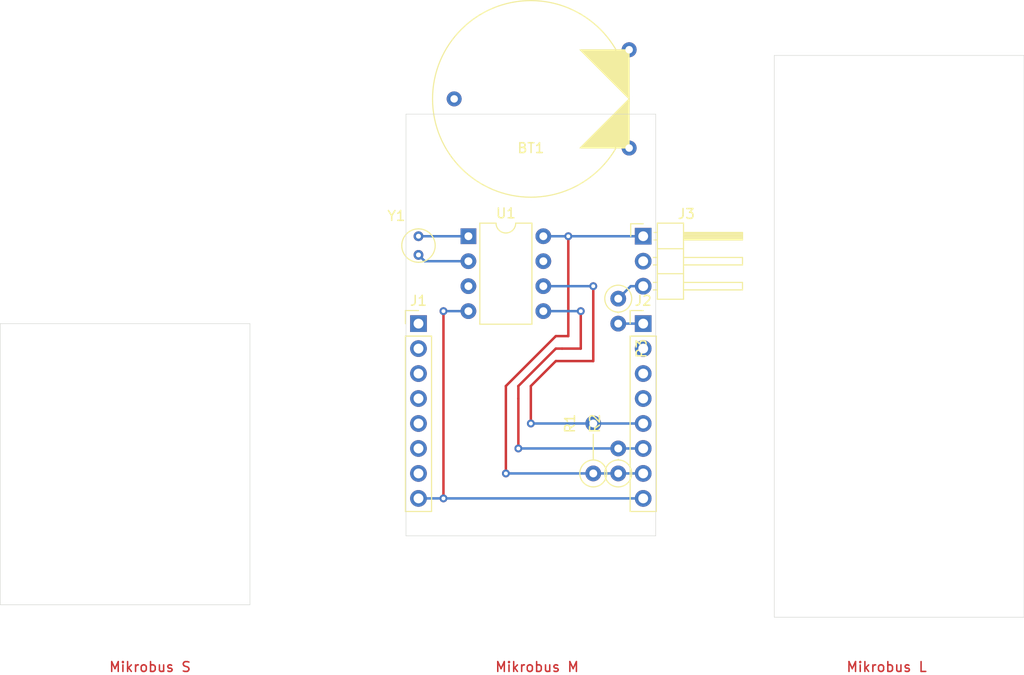
<source format=kicad_pcb>
(kicad_pcb (version 20171130) (host pcbnew 5.1.5+dfsg1-2build2)

  (general
    (thickness 1.6)
    (drawings 15)
    (tracks 50)
    (zones 0)
    (modules 9)
    (nets 21)
  )

  (page A4)
  (layers
    (0 F.Cu signal)
    (31 B.Cu signal)
    (33 F.Adhes user)
    (35 F.Paste user)
    (37 F.SilkS user)
    (38 B.Mask user)
    (39 F.Mask user)
    (40 Dwgs.User user)
    (41 Cmts.User user)
    (42 Eco1.User user)
    (43 Eco2.User user)
    (44 Edge.Cuts user)
    (45 Margin user)
    (46 B.CrtYd user)
    (47 F.CrtYd user)
    (49 F.Fab user)
  )

  (setup
    (last_trace_width 0.25)
    (trace_clearance 0.2)
    (zone_clearance 0.508)
    (zone_45_only no)
    (trace_min 0.2)
    (via_size 0.8)
    (via_drill 0.4)
    (via_min_size 0.4)
    (via_min_drill 0.3)
    (uvia_size 0.3)
    (uvia_drill 0.1)
    (uvias_allowed no)
    (uvia_min_size 0.2)
    (uvia_min_drill 0.1)
    (edge_width 0.05)
    (segment_width 0.2)
    (pcb_text_width 0.3)
    (pcb_text_size 1.5 1.5)
    (mod_edge_width 0.12)
    (mod_text_size 1 1)
    (mod_text_width 0.15)
    (pad_size 1.524 1.524)
    (pad_drill 0.762)
    (pad_to_mask_clearance 0.051)
    (solder_mask_min_width 0.25)
    (aux_axis_origin 0 0)
    (visible_elements FFFFFF7F)
    (pcbplotparams
      (layerselection 0x010fc_ffffffff)
      (usegerberextensions false)
      (usegerberattributes false)
      (usegerberadvancedattributes false)
      (creategerberjobfile false)
      (excludeedgelayer true)
      (linewidth 0.100000)
      (plotframeref false)
      (viasonmask false)
      (mode 1)
      (useauxorigin false)
      (hpglpennumber 1)
      (hpglpenspeed 20)
      (hpglpendiameter 15.000000)
      (psnegative false)
      (psa4output false)
      (plotreference true)
      (plotvalue true)
      (plotinvisibletext false)
      (padsonsilk false)
      (subtractmaskfromsilk false)
      (outputformat 1)
      (mirror false)
      (drillshape 1)
      (scaleselection 1)
      (outputdirectory ""))
  )

  (net 0 "")
  (net 1 "Net-(BT1-Pad1)")
  (net 2 GND)
  (net 3 "Net-(J1-Pad7)")
  (net 4 "Net-(J1-Pad6)")
  (net 5 "Net-(J1-Pad5)")
  (net 6 "Net-(J1-Pad4)")
  (net 7 "Net-(J1-Pad3)")
  (net 8 "Net-(J1-Pad2)")
  (net 9 "Net-(J1-Pad1)")
  (net 10 +5V)
  (net 11 RTC_SDA)
  (net 12 RTC_SCL)
  (net 13 "Net-(J2-Pad4)")
  (net 14 "Net-(J2-Pad3)")
  (net 15 "Net-(J2-Pad2)")
  (net 16 Neopixel_in)
  (net 17 "Net-(U1-Pad7)")
  (net 18 "Net-(U1-Pad2)")
  (net 19 "Net-(U1-Pad1)")
  (net 20 "Net-(J3-Pad3)")

  (net_class Default "This is the default net class."
    (clearance 0.2)
    (trace_width 0.25)
    (via_dia 0.8)
    (via_drill 0.4)
    (uvia_dia 0.3)
    (uvia_drill 0.1)
    (add_net +5V)
    (add_net GND)
    (add_net Neopixel_in)
    (add_net "Net-(BT1-Pad1)")
    (add_net "Net-(J1-Pad1)")
    (add_net "Net-(J1-Pad2)")
    (add_net "Net-(J1-Pad3)")
    (add_net "Net-(J1-Pad4)")
    (add_net "Net-(J1-Pad5)")
    (add_net "Net-(J1-Pad6)")
    (add_net "Net-(J1-Pad7)")
    (add_net "Net-(J2-Pad2)")
    (add_net "Net-(J2-Pad3)")
    (add_net "Net-(J2-Pad4)")
    (add_net "Net-(J3-Pad3)")
    (add_net "Net-(U1-Pad1)")
    (add_net "Net-(U1-Pad2)")
    (add_net "Net-(U1-Pad7)")
    (add_net RTC_SCL)
    (add_net RTC_SDA)
  )

  (module Custom-Batt:Varta_CR2032 (layer F.Cu) (tedit 5F500727) (tstamp 5F508037)
    (at 114.3 44.45)
    (path /5F503AB8)
    (fp_text reference BT1 (at 0 5) (layer F.SilkS)
      (effects (font (size 1 1) (thickness 0.15)))
    )
    (fp_text value 3V (at 0 -0.5) (layer F.Fab)
      (effects (font (size 1 1) (thickness 0.15)))
    )
    (fp_poly (pts (xy 10 5) (xy 5 5) (xy 10 0)) (layer F.SilkS) (width 0.1))
    (fp_poly (pts (xy 10 0) (xy 5 -5) (xy 10 -5)) (layer F.SilkS) (width 0.1))
    (fp_circle (center 0 0) (end 10 0) (layer F.SilkS) (width 0.12))
    (pad 1 thru_hole circle (at -7.8 0) (size 1.524 1.524) (drill 0.762) (layers *.Cu *.Mask)
      (net 1 "Net-(BT1-Pad1)"))
    (pad 2 thru_hole circle (at 10 5) (size 1.524 1.524) (drill 0.762) (layers *.Cu *.Mask)
      (net 2 GND))
    (pad 2 thru_hole circle (at 10 -5) (size 1.524 1.524) (drill 0.762) (layers *.Cu *.Mask)
      (net 2 GND))
  )

  (module Resistor_THT:R_Axial_DIN0207_L6.3mm_D2.5mm_P2.54mm_Vertical (layer F.Cu) (tedit 5AE5139B) (tstamp 5F5062D4)
    (at 123.19 64.77 270)
    (descr "Resistor, Axial_DIN0207 series, Axial, Vertical, pin pitch=2.54mm, 0.25W = 1/4W, length*diameter=6.3*2.5mm^2, http://cdn-reichelt.de/documents/datenblatt/B400/1_4W%23YAG.pdf")
    (tags "Resistor Axial_DIN0207 series Axial Vertical pin pitch 2.54mm 0.25W = 1/4W length 6.3mm diameter 2.5mm")
    (path /5F52C643)
    (fp_text reference R3 (at 5.08 -2.37 90) (layer F.SilkS)
      (effects (font (size 1 1) (thickness 0.15)))
    )
    (fp_text value 470 (at 5.08 2.37 90) (layer F.Fab)
      (effects (font (size 1 1) (thickness 0.15)))
    )
    (fp_text user %R (at 5.08 0 90) (layer F.Fab)
      (effects (font (size 1 1) (thickness 0.15)))
    )
    (fp_line (start 3.59 -1.5) (end -1.5 -1.5) (layer F.CrtYd) (width 0.05))
    (fp_line (start 3.59 1.5) (end 3.59 -1.5) (layer F.CrtYd) (width 0.05))
    (fp_line (start -1.5 1.5) (end 3.59 1.5) (layer F.CrtYd) (width 0.05))
    (fp_line (start -1.5 -1.5) (end -1.5 1.5) (layer F.CrtYd) (width 0.05))
    (fp_line (start 1.37 0) (end 1.44 0) (layer F.SilkS) (width 0.12))
    (fp_line (start 0 0) (end 2.54 0) (layer F.Fab) (width 0.1))
    (fp_circle (center 0 0) (end 1.37 0) (layer F.SilkS) (width 0.12))
    (fp_circle (center 0 0) (end 1.25 0) (layer F.Fab) (width 0.1))
    (pad 2 thru_hole oval (at 2.54 0 270) (size 1.6 1.6) (drill 0.8) (layers *.Cu *.Mask)
      (net 16 Neopixel_in))
    (pad 1 thru_hole circle (at 0 0 270) (size 1.6 1.6) (drill 0.8) (layers *.Cu *.Mask)
      (net 20 "Net-(J3-Pad3)"))
    (model ${KISYS3DMOD}/Resistor_THT.3dshapes/R_Axial_DIN0207_L6.3mm_D2.5mm_P2.54mm_Vertical.wrl
      (at (xyz 0 0 0))
      (scale (xyz 1 1 1))
      (rotate (xyz 0 0 0))
    )
  )

  (module Resistor_THT:R_Axial_DIN0207_L6.3mm_D2.5mm_P2.54mm_Vertical (layer F.Cu) (tedit 5AE5139B) (tstamp 5F5062BD)
    (at 123.19 82.55 90)
    (descr "Resistor, Axial_DIN0207 series, Axial, Vertical, pin pitch=2.54mm, 0.25W = 1/4W, length*diameter=6.3*2.5mm^2, http://cdn-reichelt.de/documents/datenblatt/B400/1_4W%23YAG.pdf")
    (tags "Resistor Axial_DIN0207 series Axial Vertical pin pitch 2.54mm 0.25W = 1/4W length 6.3mm diameter 2.5mm")
    (path /5F5532B6)
    (fp_text reference R2 (at 5.08 -2.37 90) (layer F.SilkS)
      (effects (font (size 1 1) (thickness 0.15)))
    )
    (fp_text value 10K (at 5.08 2.37 90) (layer F.Fab)
      (effects (font (size 1 1) (thickness 0.15)))
    )
    (fp_text user %R (at 5.08 0 90) (layer F.Fab)
      (effects (font (size 1 1) (thickness 0.15)))
    )
    (fp_line (start 3.59 -1.5) (end -1.5 -1.5) (layer F.CrtYd) (width 0.05))
    (fp_line (start 3.59 1.5) (end 3.59 -1.5) (layer F.CrtYd) (width 0.05))
    (fp_line (start -1.5 1.5) (end 3.59 1.5) (layer F.CrtYd) (width 0.05))
    (fp_line (start -1.5 -1.5) (end -1.5 1.5) (layer F.CrtYd) (width 0.05))
    (fp_line (start 1.37 0) (end 1.44 0) (layer F.SilkS) (width 0.12))
    (fp_line (start 0 0) (end 2.54 0) (layer F.Fab) (width 0.1))
    (fp_circle (center 0 0) (end 1.37 0) (layer F.SilkS) (width 0.12))
    (fp_circle (center 0 0) (end 1.25 0) (layer F.Fab) (width 0.1))
    (pad 2 thru_hole oval (at 2.54 0 90) (size 1.6 1.6) (drill 0.8) (layers *.Cu *.Mask)
      (net 11 RTC_SDA))
    (pad 1 thru_hole circle (at 0 0 90) (size 1.6 1.6) (drill 0.8) (layers *.Cu *.Mask)
      (net 10 +5V))
    (model ${KISYS3DMOD}/Resistor_THT.3dshapes/R_Axial_DIN0207_L6.3mm_D2.5mm_P2.54mm_Vertical.wrl
      (at (xyz 0 0 0))
      (scale (xyz 1 1 1))
      (rotate (xyz 0 0 0))
    )
  )

  (module Resistor_THT:R_Axial_DIN0207_L6.3mm_D2.5mm_P5.08mm_Vertical (layer F.Cu) (tedit 5AE5139B) (tstamp 5F5062A6)
    (at 120.65 82.55 90)
    (descr "Resistor, Axial_DIN0207 series, Axial, Vertical, pin pitch=5.08mm, 0.25W = 1/4W, length*diameter=6.3*2.5mm^2, http://cdn-reichelt.de/documents/datenblatt/B400/1_4W%23YAG.pdf")
    (tags "Resistor Axial_DIN0207 series Axial Vertical pin pitch 5.08mm 0.25W = 1/4W length 6.3mm diameter 2.5mm")
    (path /5F552CD4)
    (fp_text reference R1 (at 5.08 -2.37 90) (layer F.SilkS)
      (effects (font (size 1 1) (thickness 0.15)))
    )
    (fp_text value 10K (at 5.08 2.37 90) (layer F.Fab)
      (effects (font (size 1 1) (thickness 0.15)))
    )
    (fp_text user %R (at 5.08 0 90) (layer F.Fab)
      (effects (font (size 1 1) (thickness 0.15)))
    )
    (fp_line (start 6.13 -1.5) (end -1.5 -1.5) (layer F.CrtYd) (width 0.05))
    (fp_line (start 6.13 1.5) (end 6.13 -1.5) (layer F.CrtYd) (width 0.05))
    (fp_line (start -1.5 1.5) (end 6.13 1.5) (layer F.CrtYd) (width 0.05))
    (fp_line (start -1.5 -1.5) (end -1.5 1.5) (layer F.CrtYd) (width 0.05))
    (fp_line (start 1.37 0) (end 3.98 0) (layer F.SilkS) (width 0.12))
    (fp_line (start 0 0) (end 5.08 0) (layer F.Fab) (width 0.1))
    (fp_circle (center 0 0) (end 1.37 0) (layer F.SilkS) (width 0.12))
    (fp_circle (center 0 0) (end 1.25 0) (layer F.Fab) (width 0.1))
    (pad 2 thru_hole oval (at 5.08 0 90) (size 1.6 1.6) (drill 0.8) (layers *.Cu *.Mask)
      (net 12 RTC_SCL))
    (pad 1 thru_hole circle (at 0 0 90) (size 1.6 1.6) (drill 0.8) (layers *.Cu *.Mask)
      (net 10 +5V))
    (model ${KISYS3DMOD}/Resistor_THT.3dshapes/R_Axial_DIN0207_L6.3mm_D2.5mm_P5.08mm_Vertical.wrl
      (at (xyz 0 0 0))
      (scale (xyz 1 1 1))
      (rotate (xyz 0 0 0))
    )
  )

  (module Crystal:Crystal_C38-LF_D3.0mm_L8.0mm_Vertical (layer F.Cu) (tedit 5A0FD1B2) (tstamp 5F50630B)
    (at 102.87 58.42 270)
    (descr "Crystal THT C38-LF 8.0mm length 3.0mm diameter")
    (tags ['C38-LF'])
    (path /5F4FF0CC)
    (fp_text reference Y1 (at -2.07 2.25) (layer F.SilkS)
      (effects (font (size 1 1) (thickness 0.15)))
    )
    (fp_text value 32.768KHz (at 3.97 2.25) (layer F.Fab)
      (effects (font (size 1 1) (thickness 0.15)))
    )
    (fp_arc (start 0.95 0) (end -0.75 0) (angle -180) (layer F.SilkS) (width 0.12))
    (fp_arc (start 0.95 0) (end -0.75 0) (angle 180) (layer F.SilkS) (width 0.12))
    (fp_circle (center 0.95 0) (end 2.9 0) (layer F.CrtYd) (width 0.05))
    (fp_circle (center 0.95 0) (end 2.45 0) (layer F.Fab) (width 0.1))
    (fp_text user %R (at 0.95 5.25 90) (layer F.Fab)
      (effects (font (size 0.7 0.7) (thickness 0.105)))
    )
    (pad 2 thru_hole circle (at 1.9 0 270) (size 1 1) (drill 0.5) (layers *.Cu *.Mask)
      (net 18 "Net-(U1-Pad2)"))
    (pad 1 thru_hole circle (at 0 0 270) (size 1 1) (drill 0.5) (layers *.Cu *.Mask)
      (net 19 "Net-(U1-Pad1)"))
    (model ${KISYS3DMOD}/Crystal.3dshapes/Crystal_C38-LF_D3.0mm_L8.0mm_Vertical.wrl
      (at (xyz 0 0 0))
      (scale (xyz 1 1 1))
      (rotate (xyz 0 0 0))
    )
  )

  (module Package_DIP:DIP-8_W7.62mm (layer F.Cu) (tedit 5A02E8C5) (tstamp 5F508211)
    (at 107.95 58.42)
    (descr "8-lead though-hole mounted DIP package, row spacing 7.62 mm (300 mils)")
    (tags "THT DIP DIL PDIP 2.54mm 7.62mm 300mil")
    (path /5F4FE7BE)
    (fp_text reference U1 (at 3.81 -2.33) (layer F.SilkS)
      (effects (font (size 1 1) (thickness 0.15)))
    )
    (fp_text value DS1307+ (at 3.81 9.95) (layer F.Fab)
      (effects (font (size 1 1) (thickness 0.15)))
    )
    (fp_text user %R (at 3.81 3.81) (layer F.Fab)
      (effects (font (size 1 1) (thickness 0.15)))
    )
    (fp_line (start 8.7 -1.55) (end -1.1 -1.55) (layer F.CrtYd) (width 0.05))
    (fp_line (start 8.7 9.15) (end 8.7 -1.55) (layer F.CrtYd) (width 0.05))
    (fp_line (start -1.1 9.15) (end 8.7 9.15) (layer F.CrtYd) (width 0.05))
    (fp_line (start -1.1 -1.55) (end -1.1 9.15) (layer F.CrtYd) (width 0.05))
    (fp_line (start 6.46 -1.33) (end 4.81 -1.33) (layer F.SilkS) (width 0.12))
    (fp_line (start 6.46 8.95) (end 6.46 -1.33) (layer F.SilkS) (width 0.12))
    (fp_line (start 1.16 8.95) (end 6.46 8.95) (layer F.SilkS) (width 0.12))
    (fp_line (start 1.16 -1.33) (end 1.16 8.95) (layer F.SilkS) (width 0.12))
    (fp_line (start 2.81 -1.33) (end 1.16 -1.33) (layer F.SilkS) (width 0.12))
    (fp_line (start 0.635 -0.27) (end 1.635 -1.27) (layer F.Fab) (width 0.1))
    (fp_line (start 0.635 8.89) (end 0.635 -0.27) (layer F.Fab) (width 0.1))
    (fp_line (start 6.985 8.89) (end 0.635 8.89) (layer F.Fab) (width 0.1))
    (fp_line (start 6.985 -1.27) (end 6.985 8.89) (layer F.Fab) (width 0.1))
    (fp_line (start 1.635 -1.27) (end 6.985 -1.27) (layer F.Fab) (width 0.1))
    (fp_arc (start 3.81 -1.33) (end 2.81 -1.33) (angle -180) (layer F.SilkS) (width 0.12))
    (pad 8 thru_hole oval (at 7.62 0) (size 1.6 1.6) (drill 0.8) (layers *.Cu *.Mask)
      (net 10 +5V))
    (pad 4 thru_hole oval (at 0 7.62) (size 1.6 1.6) (drill 0.8) (layers *.Cu *.Mask)
      (net 2 GND))
    (pad 7 thru_hole oval (at 7.62 2.54) (size 1.6 1.6) (drill 0.8) (layers *.Cu *.Mask)
      (net 17 "Net-(U1-Pad7)"))
    (pad 3 thru_hole oval (at 0 5.08) (size 1.6 1.6) (drill 0.8) (layers *.Cu *.Mask)
      (net 1 "Net-(BT1-Pad1)"))
    (pad 6 thru_hole oval (at 7.62 5.08) (size 1.6 1.6) (drill 0.8) (layers *.Cu *.Mask)
      (net 12 RTC_SCL))
    (pad 2 thru_hole oval (at 0 2.54) (size 1.6 1.6) (drill 0.8) (layers *.Cu *.Mask)
      (net 18 "Net-(U1-Pad2)"))
    (pad 5 thru_hole oval (at 7.62 7.62) (size 1.6 1.6) (drill 0.8) (layers *.Cu *.Mask)
      (net 11 RTC_SDA))
    (pad 1 thru_hole rect (at 0 0) (size 1.6 1.6) (drill 0.8) (layers *.Cu *.Mask)
      (net 19 "Net-(U1-Pad1)"))
    (model ${KISYS3DMOD}/Package_DIP.3dshapes/DIP-8_W7.62mm.wrl
      (at (xyz 0 0 0))
      (scale (xyz 1 1 1))
      (rotate (xyz 0 0 0))
    )
  )

  (module Connector_PinHeader_2.54mm:PinHeader_1x03_P2.54mm_Horizontal (layer F.Cu) (tedit 59FED5CB) (tstamp 5F50628F)
    (at 125.73 58.42)
    (descr "Through hole angled pin header, 1x03, 2.54mm pitch, 6mm pin length, single row")
    (tags "Through hole angled pin header THT 1x03 2.54mm single row")
    (path /5F50F798)
    (fp_text reference J3 (at 4.385 -2.27) (layer F.SilkS)
      (effects (font (size 1 1) (thickness 0.15)))
    )
    (fp_text value Conn_01x03_Male (at 4.385 7.35) (layer F.Fab)
      (effects (font (size 1 1) (thickness 0.15)))
    )
    (fp_text user %R (at 2.77 2.54 90) (layer F.Fab)
      (effects (font (size 1 1) (thickness 0.15)))
    )
    (fp_line (start 10.55 -1.8) (end -1.8 -1.8) (layer F.CrtYd) (width 0.05))
    (fp_line (start 10.55 6.85) (end 10.55 -1.8) (layer F.CrtYd) (width 0.05))
    (fp_line (start -1.8 6.85) (end 10.55 6.85) (layer F.CrtYd) (width 0.05))
    (fp_line (start -1.8 -1.8) (end -1.8 6.85) (layer F.CrtYd) (width 0.05))
    (fp_line (start -1.27 -1.27) (end 0 -1.27) (layer F.SilkS) (width 0.12))
    (fp_line (start -1.27 0) (end -1.27 -1.27) (layer F.SilkS) (width 0.12))
    (fp_line (start 1.042929 5.46) (end 1.44 5.46) (layer F.SilkS) (width 0.12))
    (fp_line (start 1.042929 4.7) (end 1.44 4.7) (layer F.SilkS) (width 0.12))
    (fp_line (start 10.1 5.46) (end 4.1 5.46) (layer F.SilkS) (width 0.12))
    (fp_line (start 10.1 4.7) (end 10.1 5.46) (layer F.SilkS) (width 0.12))
    (fp_line (start 4.1 4.7) (end 10.1 4.7) (layer F.SilkS) (width 0.12))
    (fp_line (start 1.44 3.81) (end 4.1 3.81) (layer F.SilkS) (width 0.12))
    (fp_line (start 1.042929 2.92) (end 1.44 2.92) (layer F.SilkS) (width 0.12))
    (fp_line (start 1.042929 2.16) (end 1.44 2.16) (layer F.SilkS) (width 0.12))
    (fp_line (start 10.1 2.92) (end 4.1 2.92) (layer F.SilkS) (width 0.12))
    (fp_line (start 10.1 2.16) (end 10.1 2.92) (layer F.SilkS) (width 0.12))
    (fp_line (start 4.1 2.16) (end 10.1 2.16) (layer F.SilkS) (width 0.12))
    (fp_line (start 1.44 1.27) (end 4.1 1.27) (layer F.SilkS) (width 0.12))
    (fp_line (start 1.11 0.38) (end 1.44 0.38) (layer F.SilkS) (width 0.12))
    (fp_line (start 1.11 -0.38) (end 1.44 -0.38) (layer F.SilkS) (width 0.12))
    (fp_line (start 4.1 0.28) (end 10.1 0.28) (layer F.SilkS) (width 0.12))
    (fp_line (start 4.1 0.16) (end 10.1 0.16) (layer F.SilkS) (width 0.12))
    (fp_line (start 4.1 0.04) (end 10.1 0.04) (layer F.SilkS) (width 0.12))
    (fp_line (start 4.1 -0.08) (end 10.1 -0.08) (layer F.SilkS) (width 0.12))
    (fp_line (start 4.1 -0.2) (end 10.1 -0.2) (layer F.SilkS) (width 0.12))
    (fp_line (start 4.1 -0.32) (end 10.1 -0.32) (layer F.SilkS) (width 0.12))
    (fp_line (start 10.1 0.38) (end 4.1 0.38) (layer F.SilkS) (width 0.12))
    (fp_line (start 10.1 -0.38) (end 10.1 0.38) (layer F.SilkS) (width 0.12))
    (fp_line (start 4.1 -0.38) (end 10.1 -0.38) (layer F.SilkS) (width 0.12))
    (fp_line (start 4.1 -1.33) (end 1.44 -1.33) (layer F.SilkS) (width 0.12))
    (fp_line (start 4.1 6.41) (end 4.1 -1.33) (layer F.SilkS) (width 0.12))
    (fp_line (start 1.44 6.41) (end 4.1 6.41) (layer F.SilkS) (width 0.12))
    (fp_line (start 1.44 -1.33) (end 1.44 6.41) (layer F.SilkS) (width 0.12))
    (fp_line (start 4.04 5.4) (end 10.04 5.4) (layer F.Fab) (width 0.1))
    (fp_line (start 10.04 4.76) (end 10.04 5.4) (layer F.Fab) (width 0.1))
    (fp_line (start 4.04 4.76) (end 10.04 4.76) (layer F.Fab) (width 0.1))
    (fp_line (start -0.32 5.4) (end 1.5 5.4) (layer F.Fab) (width 0.1))
    (fp_line (start -0.32 4.76) (end -0.32 5.4) (layer F.Fab) (width 0.1))
    (fp_line (start -0.32 4.76) (end 1.5 4.76) (layer F.Fab) (width 0.1))
    (fp_line (start 4.04 2.86) (end 10.04 2.86) (layer F.Fab) (width 0.1))
    (fp_line (start 10.04 2.22) (end 10.04 2.86) (layer F.Fab) (width 0.1))
    (fp_line (start 4.04 2.22) (end 10.04 2.22) (layer F.Fab) (width 0.1))
    (fp_line (start -0.32 2.86) (end 1.5 2.86) (layer F.Fab) (width 0.1))
    (fp_line (start -0.32 2.22) (end -0.32 2.86) (layer F.Fab) (width 0.1))
    (fp_line (start -0.32 2.22) (end 1.5 2.22) (layer F.Fab) (width 0.1))
    (fp_line (start 4.04 0.32) (end 10.04 0.32) (layer F.Fab) (width 0.1))
    (fp_line (start 10.04 -0.32) (end 10.04 0.32) (layer F.Fab) (width 0.1))
    (fp_line (start 4.04 -0.32) (end 10.04 -0.32) (layer F.Fab) (width 0.1))
    (fp_line (start -0.32 0.32) (end 1.5 0.32) (layer F.Fab) (width 0.1))
    (fp_line (start -0.32 -0.32) (end -0.32 0.32) (layer F.Fab) (width 0.1))
    (fp_line (start -0.32 -0.32) (end 1.5 -0.32) (layer F.Fab) (width 0.1))
    (fp_line (start 1.5 -0.635) (end 2.135 -1.27) (layer F.Fab) (width 0.1))
    (fp_line (start 1.5 6.35) (end 1.5 -0.635) (layer F.Fab) (width 0.1))
    (fp_line (start 4.04 6.35) (end 1.5 6.35) (layer F.Fab) (width 0.1))
    (fp_line (start 4.04 -1.27) (end 4.04 6.35) (layer F.Fab) (width 0.1))
    (fp_line (start 2.135 -1.27) (end 4.04 -1.27) (layer F.Fab) (width 0.1))
    (pad 3 thru_hole oval (at 0 5.08) (size 1.7 1.7) (drill 1) (layers *.Cu *.Mask)
      (net 20 "Net-(J3-Pad3)"))
    (pad 2 thru_hole oval (at 0 2.54) (size 1.7 1.7) (drill 1) (layers *.Cu *.Mask)
      (net 2 GND))
    (pad 1 thru_hole rect (at 0 0) (size 1.7 1.7) (drill 1) (layers *.Cu *.Mask)
      (net 10 +5V))
    (model ${KISYS3DMOD}/Connector_PinHeader_2.54mm.3dshapes/PinHeader_1x03_P2.54mm_Horizontal.wrl
      (at (xyz 0 0 0))
      (scale (xyz 1 1 1))
      (rotate (xyz 0 0 0))
    )
  )

  (module Connector_PinHeader_2.54mm:PinHeader_1x08_P2.54mm_Vertical (layer F.Cu) (tedit 59FED5CC) (tstamp 5F50624F)
    (at 125.73 67.31)
    (descr "Through hole straight pin header, 1x08, 2.54mm pitch, single row")
    (tags "Through hole pin header THT 1x08 2.54mm single row")
    (path /5F50ABAE)
    (fp_text reference J2 (at 0 -2.33) (layer F.SilkS)
      (effects (font (size 1 1) (thickness 0.15)))
    )
    (fp_text value Conn_01x08_Male (at 0 20.11) (layer F.Fab)
      (effects (font (size 1 1) (thickness 0.15)))
    )
    (fp_text user %R (at 0 8.89 90) (layer F.Fab)
      (effects (font (size 1 1) (thickness 0.15)))
    )
    (fp_line (start 1.8 -1.8) (end -1.8 -1.8) (layer F.CrtYd) (width 0.05))
    (fp_line (start 1.8 19.55) (end 1.8 -1.8) (layer F.CrtYd) (width 0.05))
    (fp_line (start -1.8 19.55) (end 1.8 19.55) (layer F.CrtYd) (width 0.05))
    (fp_line (start -1.8 -1.8) (end -1.8 19.55) (layer F.CrtYd) (width 0.05))
    (fp_line (start -1.33 -1.33) (end 0 -1.33) (layer F.SilkS) (width 0.12))
    (fp_line (start -1.33 0) (end -1.33 -1.33) (layer F.SilkS) (width 0.12))
    (fp_line (start -1.33 1.27) (end 1.33 1.27) (layer F.SilkS) (width 0.12))
    (fp_line (start 1.33 1.27) (end 1.33 19.11) (layer F.SilkS) (width 0.12))
    (fp_line (start -1.33 1.27) (end -1.33 19.11) (layer F.SilkS) (width 0.12))
    (fp_line (start -1.33 19.11) (end 1.33 19.11) (layer F.SilkS) (width 0.12))
    (fp_line (start -1.27 -0.635) (end -0.635 -1.27) (layer F.Fab) (width 0.1))
    (fp_line (start -1.27 19.05) (end -1.27 -0.635) (layer F.Fab) (width 0.1))
    (fp_line (start 1.27 19.05) (end -1.27 19.05) (layer F.Fab) (width 0.1))
    (fp_line (start 1.27 -1.27) (end 1.27 19.05) (layer F.Fab) (width 0.1))
    (fp_line (start -0.635 -1.27) (end 1.27 -1.27) (layer F.Fab) (width 0.1))
    (pad 8 thru_hole oval (at 0 17.78) (size 1.7 1.7) (drill 1) (layers *.Cu *.Mask)
      (net 2 GND))
    (pad 7 thru_hole oval (at 0 15.24) (size 1.7 1.7) (drill 1) (layers *.Cu *.Mask)
      (net 10 +5V))
    (pad 6 thru_hole oval (at 0 12.7) (size 1.7 1.7) (drill 1) (layers *.Cu *.Mask)
      (net 11 RTC_SDA))
    (pad 5 thru_hole oval (at 0 10.16) (size 1.7 1.7) (drill 1) (layers *.Cu *.Mask)
      (net 12 RTC_SCL))
    (pad 4 thru_hole oval (at 0 7.62) (size 1.7 1.7) (drill 1) (layers *.Cu *.Mask)
      (net 13 "Net-(J2-Pad4)"))
    (pad 3 thru_hole oval (at 0 5.08) (size 1.7 1.7) (drill 1) (layers *.Cu *.Mask)
      (net 14 "Net-(J2-Pad3)"))
    (pad 2 thru_hole oval (at 0 2.54) (size 1.7 1.7) (drill 1) (layers *.Cu *.Mask)
      (net 15 "Net-(J2-Pad2)"))
    (pad 1 thru_hole rect (at 0 0) (size 1.7 1.7) (drill 1) (layers *.Cu *.Mask)
      (net 16 Neopixel_in))
    (model ${KISYS3DMOD}/Connector_PinHeader_2.54mm.3dshapes/PinHeader_1x08_P2.54mm_Vertical.wrl
      (at (xyz 0 0 0))
      (scale (xyz 1 1 1))
      (rotate (xyz 0 0 0))
    )
  )

  (module Connector_PinHeader_2.54mm:PinHeader_1x08_P2.54mm_Vertical (layer F.Cu) (tedit 59FED5CC) (tstamp 5F506233)
    (at 102.87 67.31)
    (descr "Through hole straight pin header, 1x08, 2.54mm pitch, single row")
    (tags "Through hole pin header THT 1x08 2.54mm single row")
    (path /5F5072D1)
    (fp_text reference J1 (at 0 -2.33) (layer F.SilkS)
      (effects (font (size 1 1) (thickness 0.15)))
    )
    (fp_text value Conn_01x08_Male (at 0 20.11) (layer F.Fab)
      (effects (font (size 1 1) (thickness 0.15)))
    )
    (fp_text user %R (at 0 8.89 90) (layer F.Fab)
      (effects (font (size 1 1) (thickness 0.15)))
    )
    (fp_line (start 1.8 -1.8) (end -1.8 -1.8) (layer F.CrtYd) (width 0.05))
    (fp_line (start 1.8 19.55) (end 1.8 -1.8) (layer F.CrtYd) (width 0.05))
    (fp_line (start -1.8 19.55) (end 1.8 19.55) (layer F.CrtYd) (width 0.05))
    (fp_line (start -1.8 -1.8) (end -1.8 19.55) (layer F.CrtYd) (width 0.05))
    (fp_line (start -1.33 -1.33) (end 0 -1.33) (layer F.SilkS) (width 0.12))
    (fp_line (start -1.33 0) (end -1.33 -1.33) (layer F.SilkS) (width 0.12))
    (fp_line (start -1.33 1.27) (end 1.33 1.27) (layer F.SilkS) (width 0.12))
    (fp_line (start 1.33 1.27) (end 1.33 19.11) (layer F.SilkS) (width 0.12))
    (fp_line (start -1.33 1.27) (end -1.33 19.11) (layer F.SilkS) (width 0.12))
    (fp_line (start -1.33 19.11) (end 1.33 19.11) (layer F.SilkS) (width 0.12))
    (fp_line (start -1.27 -0.635) (end -0.635 -1.27) (layer F.Fab) (width 0.1))
    (fp_line (start -1.27 19.05) (end -1.27 -0.635) (layer F.Fab) (width 0.1))
    (fp_line (start 1.27 19.05) (end -1.27 19.05) (layer F.Fab) (width 0.1))
    (fp_line (start 1.27 -1.27) (end 1.27 19.05) (layer F.Fab) (width 0.1))
    (fp_line (start -0.635 -1.27) (end 1.27 -1.27) (layer F.Fab) (width 0.1))
    (pad 8 thru_hole oval (at 0 17.78) (size 1.7 1.7) (drill 1) (layers *.Cu *.Mask)
      (net 2 GND))
    (pad 7 thru_hole oval (at 0 15.24) (size 1.7 1.7) (drill 1) (layers *.Cu *.Mask)
      (net 3 "Net-(J1-Pad7)"))
    (pad 6 thru_hole oval (at 0 12.7) (size 1.7 1.7) (drill 1) (layers *.Cu *.Mask)
      (net 4 "Net-(J1-Pad6)"))
    (pad 5 thru_hole oval (at 0 10.16) (size 1.7 1.7) (drill 1) (layers *.Cu *.Mask)
      (net 5 "Net-(J1-Pad5)"))
    (pad 4 thru_hole oval (at 0 7.62) (size 1.7 1.7) (drill 1) (layers *.Cu *.Mask)
      (net 6 "Net-(J1-Pad4)"))
    (pad 3 thru_hole oval (at 0 5.08) (size 1.7 1.7) (drill 1) (layers *.Cu *.Mask)
      (net 7 "Net-(J1-Pad3)"))
    (pad 2 thru_hole oval (at 0 2.54) (size 1.7 1.7) (drill 1) (layers *.Cu *.Mask)
      (net 8 "Net-(J1-Pad2)"))
    (pad 1 thru_hole rect (at 0 0) (size 1.7 1.7) (drill 1) (layers *.Cu *.Mask)
      (net 9 "Net-(J1-Pad1)"))
    (model ${KISYS3DMOD}/Connector_PinHeader_2.54mm.3dshapes/PinHeader_1x08_P2.54mm_Vertical.wrl
      (at (xyz 0 0 0))
      (scale (xyz 1 1 1))
      (rotate (xyz 0 0 0))
    )
  )

  (gr_line (start 139.065 97.18) (end 164.465 97.18) (layer Edge.Cuts) (width 0.05) (tstamp 5F500B96))
  (gr_line (start 139.065 40.03) (end 164.465 40.03) (layer Edge.Cuts) (width 0.05) (tstamp 5F500B95))
  (gr_line (start 139.065 40.03) (end 139.065 97.18) (layer Edge.Cuts) (width 0.05) (tstamp 5F500B94))
  (gr_text "Mikrobus L" (at 150.495 102.235) (layer F.Cu) (tstamp 5F500B93)
    (effects (font (size 1 1) (thickness 0.15)))
  )
  (gr_line (start 164.465 40.03) (end 164.465 97.18) (layer Edge.Cuts) (width 0.05) (tstamp 5F500B92))
  (gr_text "Mikrobus M" (at 114.935 102.235) (layer F.Cu) (tstamp 5F500B8C)
    (effects (font (size 1 1) (thickness 0.15)))
  )
  (gr_line (start 101.6 46) (end 127 46) (layer Edge.Cuts) (width 0.05) (tstamp 5F500B8B))
  (gr_line (start 101.6 88.9) (end 127 88.9) (layer Edge.Cuts) (width 0.05) (tstamp 5F500B8A))
  (gr_line (start 127 46) (end 127 88.9) (layer Edge.Cuts) (width 0.05) (tstamp 5F500B89))
  (gr_line (start 101.6 46) (end 101.6 88.9) (layer Edge.Cuts) (width 0.05) (tstamp 5F500B88))
  (gr_text "Mikrobus S" (at 75.565 102.235) (layer F.Cu)
    (effects (font (size 1 1) (thickness 0.15)))
  )
  (gr_line (start 60.325 67.31) (end 60.325 95.91) (layer Edge.Cuts) (width 0.05) (tstamp 5F500AB6))
  (gr_line (start 60.325 95.91) (end 85.725 95.91) (layer Edge.Cuts) (width 0.05))
  (gr_line (start 85.725 67.31) (end 85.725 95.91) (layer Edge.Cuts) (width 0.05))
  (gr_line (start 60.325 67.31) (end 85.725 67.31) (layer Edge.Cuts) (width 0.05))

  (segment (start 125.65 60.88) (end 125.73 60.96) (width 0.25) (layer B.Cu) (net 2))
  (segment (start 125.73 85.09) (end 105.41 85.09) (width 0.25) (layer B.Cu) (net 2))
  (segment (start 105.41 85.09) (end 102.87 85.09) (width 0.25) (layer B.Cu) (net 2) (tstamp 5F50826F))
  (via (at 105.41 85.09) (size 0.8) (drill 0.4) (layers F.Cu B.Cu) (net 2))
  (segment (start 107.95 66.04) (end 105.41 66.04) (width 0.25) (layer B.Cu) (net 2))
  (segment (start 105.41 66.04) (end 105.41 66.04) (width 0.25) (layer B.Cu) (net 2) (tstamp 5F508279))
  (via (at 105.41 66.04) (size 0.8) (drill 0.4) (layers F.Cu B.Cu) (net 2))
  (segment (start 105.41 66.04) (end 105.41 85.09) (width 0.25) (layer F.Cu) (net 2))
  (segment (start 120.65 82.55) (end 123.19 82.55) (width 0.25) (layer B.Cu) (net 10))
  (segment (start 123.19 82.55) (end 125.73 82.55) (width 0.25) (layer B.Cu) (net 10))
  (segment (start 115.57 58.42) (end 118.11 58.42) (width 0.25) (layer B.Cu) (net 10))
  (segment (start 118.11 58.42) (end 118.11 58.42) (width 0.25) (layer B.Cu) (net 10) (tstamp 5F50828E))
  (via (at 118.11 58.42) (size 0.8) (drill 0.4) (layers F.Cu B.Cu) (net 10))
  (via (at 111.76 82.55) (size 0.8) (drill 0.4) (layers F.Cu B.Cu) (net 10))
  (segment (start 118.11 58.42) (end 118.11 68.58) (width 0.25) (layer F.Cu) (net 10))
  (segment (start 118.11 68.58) (end 116.84 68.58) (width 0.25) (layer F.Cu) (net 10))
  (segment (start 111.76 73.66) (end 111.76 82.55) (width 0.25) (layer F.Cu) (net 10))
  (segment (start 116.84 68.58) (end 111.76 73.66) (width 0.25) (layer F.Cu) (net 10))
  (segment (start 111.76 82.55) (end 120.65 82.55) (width 0.25) (layer B.Cu) (net 10))
  (segment (start 118.11 58.42) (end 125.73 58.42) (width 0.25) (layer B.Cu) (net 10))
  (segment (start 123.19 80.01) (end 125.73 80.01) (width 0.25) (layer B.Cu) (net 11))
  (segment (start 123.19 80.01) (end 113.03 80.01) (width 0.25) (layer B.Cu) (net 11))
  (segment (start 113.03 80.01) (end 113.03 80.01) (width 0.25) (layer B.Cu) (net 11) (tstamp 5F50829F))
  (via (at 113.03 80.01) (size 0.8) (drill 0.4) (layers F.Cu B.Cu) (net 11))
  (segment (start 113.03 80.01) (end 113.03 74.93) (width 0.25) (layer F.Cu) (net 11))
  (segment (start 113.03 74.93) (end 113.03 73.66) (width 0.25) (layer F.Cu) (net 11))
  (segment (start 113.03 73.66) (end 116.84 69.85) (width 0.25) (layer F.Cu) (net 11))
  (segment (start 116.84 69.85) (end 117.47641 69.85) (width 0.25) (layer F.Cu) (net 11))
  (segment (start 117.47641 69.85) (end 119.38 69.85) (width 0.25) (layer F.Cu) (net 11))
  (segment (start 119.38 69.85) (end 119.38 66.04) (width 0.25) (layer F.Cu) (net 11))
  (segment (start 119.38 66.04) (end 119.38 66.04) (width 0.25) (layer F.Cu) (net 11) (tstamp 5F5082A2))
  (via (at 119.38 66.04) (size 0.8) (drill 0.4) (layers F.Cu B.Cu) (net 11))
  (segment (start 119.38 66.04) (end 115.57 66.04) (width 0.25) (layer B.Cu) (net 11))
  (segment (start 120.65 77.47) (end 125.73 77.47) (width 0.25) (layer B.Cu) (net 12))
  (segment (start 115.57 63.5) (end 120.65 63.5) (width 0.25) (layer B.Cu) (net 12))
  (segment (start 120.65 63.5) (end 120.65 63.5) (width 0.25) (layer B.Cu) (net 12) (tstamp 5F5082A5))
  (via (at 120.65 63.5) (size 0.8) (drill 0.4) (layers F.Cu B.Cu) (net 12))
  (segment (start 120.65 63.5) (end 120.65 71.12) (width 0.25) (layer F.Cu) (net 12))
  (segment (start 120.65 71.12) (end 116.84 71.12) (width 0.25) (layer F.Cu) (net 12))
  (segment (start 116.84 71.12) (end 114.3 73.66) (width 0.25) (layer F.Cu) (net 12))
  (segment (start 114.3 73.66) (end 114.3 77.47) (width 0.25) (layer F.Cu) (net 12))
  (segment (start 114.3 77.47) (end 114.3 77.47) (width 0.25) (layer F.Cu) (net 12) (tstamp 5F5082A7))
  (via (at 114.3 77.47) (size 0.8) (drill 0.4) (layers F.Cu B.Cu) (net 12))
  (segment (start 114.3 77.47) (end 120.65 77.47) (width 0.25) (layer B.Cu) (net 12))
  (segment (start 123.19 67.31) (end 125.73 67.31) (width 0.25) (layer B.Cu) (net 16))
  (segment (start 103.51 60.96) (end 102.87 60.32) (width 0.25) (layer B.Cu) (net 18))
  (segment (start 107.95 60.96) (end 103.51 60.96) (width 0.25) (layer B.Cu) (net 18))
  (segment (start 107.95 58.42) (end 102.87 58.42) (width 0.25) (layer B.Cu) (net 19))
  (segment (start 123.19 64.77) (end 124.46 63.5) (width 0.25) (layer B.Cu) (net 20))
  (segment (start 124.46 63.5) (end 125.73 63.5) (width 0.25) (layer B.Cu) (net 20))

)

</source>
